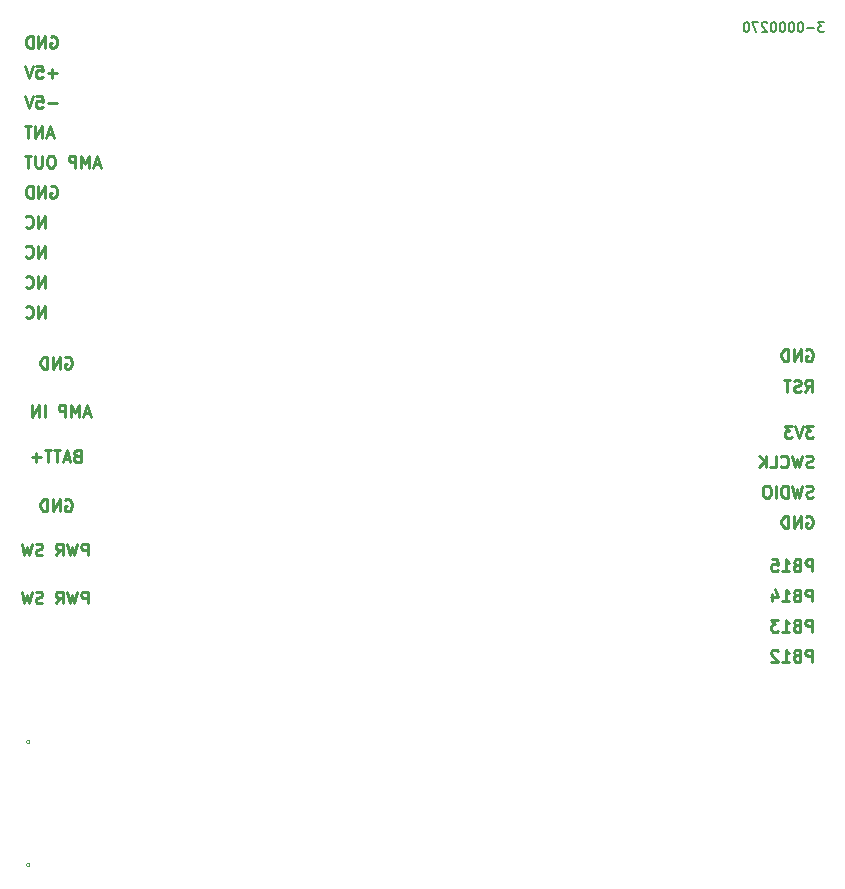
<source format=gbr>
%TF.GenerationSoftware,KiCad,Pcbnew,9.0.1*%
%TF.CreationDate,2025-06-11T13:29:21-05:00*%
%TF.ProjectId,Digital_PCB,44696769-7461-46c5-9f50-43422e6b6963,2.0*%
%TF.SameCoordinates,Original*%
%TF.FileFunction,Legend,Bot*%
%TF.FilePolarity,Positive*%
%FSLAX46Y46*%
G04 Gerber Fmt 4.6, Leading zero omitted, Abs format (unit mm)*
G04 Created by KiCad (PCBNEW 9.0.1) date 2025-06-11 13:29:21*
%MOMM*%
%LPD*%
G01*
G04 APERTURE LIST*
%ADD10C,0.250000*%
%ADD11C,0.158750*%
%ADD12C,0.120000*%
G04 APERTURE END LIST*
D10*
X178347619Y-89792619D02*
X178680952Y-89316428D01*
X178919047Y-89792619D02*
X178919047Y-88792619D01*
X178919047Y-88792619D02*
X178538095Y-88792619D01*
X178538095Y-88792619D02*
X178442857Y-88840238D01*
X178442857Y-88840238D02*
X178395238Y-88887857D01*
X178395238Y-88887857D02*
X178347619Y-88983095D01*
X178347619Y-88983095D02*
X178347619Y-89125952D01*
X178347619Y-89125952D02*
X178395238Y-89221190D01*
X178395238Y-89221190D02*
X178442857Y-89268809D01*
X178442857Y-89268809D02*
X178538095Y-89316428D01*
X178538095Y-89316428D02*
X178919047Y-89316428D01*
X177966666Y-89745000D02*
X177823809Y-89792619D01*
X177823809Y-89792619D02*
X177585714Y-89792619D01*
X177585714Y-89792619D02*
X177490476Y-89745000D01*
X177490476Y-89745000D02*
X177442857Y-89697380D01*
X177442857Y-89697380D02*
X177395238Y-89602142D01*
X177395238Y-89602142D02*
X177395238Y-89506904D01*
X177395238Y-89506904D02*
X177442857Y-89411666D01*
X177442857Y-89411666D02*
X177490476Y-89364047D01*
X177490476Y-89364047D02*
X177585714Y-89316428D01*
X177585714Y-89316428D02*
X177776190Y-89268809D01*
X177776190Y-89268809D02*
X177871428Y-89221190D01*
X177871428Y-89221190D02*
X177919047Y-89173571D01*
X177919047Y-89173571D02*
X177966666Y-89078333D01*
X177966666Y-89078333D02*
X177966666Y-88983095D01*
X177966666Y-88983095D02*
X177919047Y-88887857D01*
X177919047Y-88887857D02*
X177871428Y-88840238D01*
X177871428Y-88840238D02*
X177776190Y-88792619D01*
X177776190Y-88792619D02*
X177538095Y-88792619D01*
X177538095Y-88792619D02*
X177395238Y-88840238D01*
X177109523Y-88792619D02*
X176538095Y-88792619D01*
X176823809Y-89792619D02*
X176823809Y-88792619D01*
X114463504Y-59718638D02*
X114558742Y-59671019D01*
X114558742Y-59671019D02*
X114701599Y-59671019D01*
X114701599Y-59671019D02*
X114844456Y-59718638D01*
X114844456Y-59718638D02*
X114939694Y-59813876D01*
X114939694Y-59813876D02*
X114987313Y-59909114D01*
X114987313Y-59909114D02*
X115034932Y-60099590D01*
X115034932Y-60099590D02*
X115034932Y-60242447D01*
X115034932Y-60242447D02*
X114987313Y-60432923D01*
X114987313Y-60432923D02*
X114939694Y-60528161D01*
X114939694Y-60528161D02*
X114844456Y-60623400D01*
X114844456Y-60623400D02*
X114701599Y-60671019D01*
X114701599Y-60671019D02*
X114606361Y-60671019D01*
X114606361Y-60671019D02*
X114463504Y-60623400D01*
X114463504Y-60623400D02*
X114415885Y-60575780D01*
X114415885Y-60575780D02*
X114415885Y-60242447D01*
X114415885Y-60242447D02*
X114606361Y-60242447D01*
X113987313Y-60671019D02*
X113987313Y-59671019D01*
X113987313Y-59671019D02*
X113415885Y-60671019D01*
X113415885Y-60671019D02*
X113415885Y-59671019D01*
X112939694Y-60671019D02*
X112939694Y-59671019D01*
X112939694Y-59671019D02*
X112701599Y-59671019D01*
X112701599Y-59671019D02*
X112558742Y-59718638D01*
X112558742Y-59718638D02*
X112463504Y-59813876D01*
X112463504Y-59813876D02*
X112415885Y-59909114D01*
X112415885Y-59909114D02*
X112368266Y-60099590D01*
X112368266Y-60099590D02*
X112368266Y-60242447D01*
X112368266Y-60242447D02*
X112415885Y-60432923D01*
X112415885Y-60432923D02*
X112463504Y-60528161D01*
X112463504Y-60528161D02*
X112558742Y-60623400D01*
X112558742Y-60623400D02*
X112701599Y-60671019D01*
X112701599Y-60671019D02*
X112939694Y-60671019D01*
X116673095Y-95191809D02*
X116530238Y-95239428D01*
X116530238Y-95239428D02*
X116482619Y-95287047D01*
X116482619Y-95287047D02*
X116435000Y-95382285D01*
X116435000Y-95382285D02*
X116435000Y-95525142D01*
X116435000Y-95525142D02*
X116482619Y-95620380D01*
X116482619Y-95620380D02*
X116530238Y-95668000D01*
X116530238Y-95668000D02*
X116625476Y-95715619D01*
X116625476Y-95715619D02*
X117006428Y-95715619D01*
X117006428Y-95715619D02*
X117006428Y-94715619D01*
X117006428Y-94715619D02*
X116673095Y-94715619D01*
X116673095Y-94715619D02*
X116577857Y-94763238D01*
X116577857Y-94763238D02*
X116530238Y-94810857D01*
X116530238Y-94810857D02*
X116482619Y-94906095D01*
X116482619Y-94906095D02*
X116482619Y-95001333D01*
X116482619Y-95001333D02*
X116530238Y-95096571D01*
X116530238Y-95096571D02*
X116577857Y-95144190D01*
X116577857Y-95144190D02*
X116673095Y-95191809D01*
X116673095Y-95191809D02*
X117006428Y-95191809D01*
X116054047Y-95429904D02*
X115577857Y-95429904D01*
X116149285Y-95715619D02*
X115815952Y-94715619D01*
X115815952Y-94715619D02*
X115482619Y-95715619D01*
X115292142Y-94715619D02*
X114720714Y-94715619D01*
X115006428Y-95715619D02*
X115006428Y-94715619D01*
X114530237Y-94715619D02*
X113958809Y-94715619D01*
X114244523Y-95715619D02*
X114244523Y-94715619D01*
X113625475Y-95334666D02*
X112863571Y-95334666D01*
X113244523Y-95715619D02*
X113244523Y-94953714D01*
D11*
X179959000Y-58489787D02*
X179463700Y-58489787D01*
X179463700Y-58489787D02*
X179730400Y-58794587D01*
X179730400Y-58794587D02*
X179616100Y-58794587D01*
X179616100Y-58794587D02*
X179539900Y-58832687D01*
X179539900Y-58832687D02*
X179501800Y-58870787D01*
X179501800Y-58870787D02*
X179463700Y-58946987D01*
X179463700Y-58946987D02*
X179463700Y-59137487D01*
X179463700Y-59137487D02*
X179501800Y-59213687D01*
X179501800Y-59213687D02*
X179539900Y-59251787D01*
X179539900Y-59251787D02*
X179616100Y-59289887D01*
X179616100Y-59289887D02*
X179844700Y-59289887D01*
X179844700Y-59289887D02*
X179920900Y-59251787D01*
X179920900Y-59251787D02*
X179959000Y-59213687D01*
X179120800Y-58985087D02*
X178511200Y-58985087D01*
X177977800Y-58489787D02*
X177901600Y-58489787D01*
X177901600Y-58489787D02*
X177825400Y-58527887D01*
X177825400Y-58527887D02*
X177787300Y-58565987D01*
X177787300Y-58565987D02*
X177749200Y-58642187D01*
X177749200Y-58642187D02*
X177711100Y-58794587D01*
X177711100Y-58794587D02*
X177711100Y-58985087D01*
X177711100Y-58985087D02*
X177749200Y-59137487D01*
X177749200Y-59137487D02*
X177787300Y-59213687D01*
X177787300Y-59213687D02*
X177825400Y-59251787D01*
X177825400Y-59251787D02*
X177901600Y-59289887D01*
X177901600Y-59289887D02*
X177977800Y-59289887D01*
X177977800Y-59289887D02*
X178054000Y-59251787D01*
X178054000Y-59251787D02*
X178092100Y-59213687D01*
X178092100Y-59213687D02*
X178130200Y-59137487D01*
X178130200Y-59137487D02*
X178168300Y-58985087D01*
X178168300Y-58985087D02*
X178168300Y-58794587D01*
X178168300Y-58794587D02*
X178130200Y-58642187D01*
X178130200Y-58642187D02*
X178092100Y-58565987D01*
X178092100Y-58565987D02*
X178054000Y-58527887D01*
X178054000Y-58527887D02*
X177977800Y-58489787D01*
X177215800Y-58489787D02*
X177139600Y-58489787D01*
X177139600Y-58489787D02*
X177063400Y-58527887D01*
X177063400Y-58527887D02*
X177025300Y-58565987D01*
X177025300Y-58565987D02*
X176987200Y-58642187D01*
X176987200Y-58642187D02*
X176949100Y-58794587D01*
X176949100Y-58794587D02*
X176949100Y-58985087D01*
X176949100Y-58985087D02*
X176987200Y-59137487D01*
X176987200Y-59137487D02*
X177025300Y-59213687D01*
X177025300Y-59213687D02*
X177063400Y-59251787D01*
X177063400Y-59251787D02*
X177139600Y-59289887D01*
X177139600Y-59289887D02*
X177215800Y-59289887D01*
X177215800Y-59289887D02*
X177292000Y-59251787D01*
X177292000Y-59251787D02*
X177330100Y-59213687D01*
X177330100Y-59213687D02*
X177368200Y-59137487D01*
X177368200Y-59137487D02*
X177406300Y-58985087D01*
X177406300Y-58985087D02*
X177406300Y-58794587D01*
X177406300Y-58794587D02*
X177368200Y-58642187D01*
X177368200Y-58642187D02*
X177330100Y-58565987D01*
X177330100Y-58565987D02*
X177292000Y-58527887D01*
X177292000Y-58527887D02*
X177215800Y-58489787D01*
X176453800Y-58489787D02*
X176377600Y-58489787D01*
X176377600Y-58489787D02*
X176301400Y-58527887D01*
X176301400Y-58527887D02*
X176263300Y-58565987D01*
X176263300Y-58565987D02*
X176225200Y-58642187D01*
X176225200Y-58642187D02*
X176187100Y-58794587D01*
X176187100Y-58794587D02*
X176187100Y-58985087D01*
X176187100Y-58985087D02*
X176225200Y-59137487D01*
X176225200Y-59137487D02*
X176263300Y-59213687D01*
X176263300Y-59213687D02*
X176301400Y-59251787D01*
X176301400Y-59251787D02*
X176377600Y-59289887D01*
X176377600Y-59289887D02*
X176453800Y-59289887D01*
X176453800Y-59289887D02*
X176530000Y-59251787D01*
X176530000Y-59251787D02*
X176568100Y-59213687D01*
X176568100Y-59213687D02*
X176606200Y-59137487D01*
X176606200Y-59137487D02*
X176644300Y-58985087D01*
X176644300Y-58985087D02*
X176644300Y-58794587D01*
X176644300Y-58794587D02*
X176606200Y-58642187D01*
X176606200Y-58642187D02*
X176568100Y-58565987D01*
X176568100Y-58565987D02*
X176530000Y-58527887D01*
X176530000Y-58527887D02*
X176453800Y-58489787D01*
X175691800Y-58489787D02*
X175615600Y-58489787D01*
X175615600Y-58489787D02*
X175539400Y-58527887D01*
X175539400Y-58527887D02*
X175501300Y-58565987D01*
X175501300Y-58565987D02*
X175463200Y-58642187D01*
X175463200Y-58642187D02*
X175425100Y-58794587D01*
X175425100Y-58794587D02*
X175425100Y-58985087D01*
X175425100Y-58985087D02*
X175463200Y-59137487D01*
X175463200Y-59137487D02*
X175501300Y-59213687D01*
X175501300Y-59213687D02*
X175539400Y-59251787D01*
X175539400Y-59251787D02*
X175615600Y-59289887D01*
X175615600Y-59289887D02*
X175691800Y-59289887D01*
X175691800Y-59289887D02*
X175768000Y-59251787D01*
X175768000Y-59251787D02*
X175806100Y-59213687D01*
X175806100Y-59213687D02*
X175844200Y-59137487D01*
X175844200Y-59137487D02*
X175882300Y-58985087D01*
X175882300Y-58985087D02*
X175882300Y-58794587D01*
X175882300Y-58794587D02*
X175844200Y-58642187D01*
X175844200Y-58642187D02*
X175806100Y-58565987D01*
X175806100Y-58565987D02*
X175768000Y-58527887D01*
X175768000Y-58527887D02*
X175691800Y-58489787D01*
X175120300Y-58565987D02*
X175082200Y-58527887D01*
X175082200Y-58527887D02*
X175006000Y-58489787D01*
X175006000Y-58489787D02*
X174815500Y-58489787D01*
X174815500Y-58489787D02*
X174739300Y-58527887D01*
X174739300Y-58527887D02*
X174701200Y-58565987D01*
X174701200Y-58565987D02*
X174663100Y-58642187D01*
X174663100Y-58642187D02*
X174663100Y-58718387D01*
X174663100Y-58718387D02*
X174701200Y-58832687D01*
X174701200Y-58832687D02*
X175158400Y-59289887D01*
X175158400Y-59289887D02*
X174663100Y-59289887D01*
X174396400Y-58489787D02*
X173863000Y-58489787D01*
X173863000Y-58489787D02*
X174205900Y-59289887D01*
X173405800Y-58489787D02*
X173329600Y-58489787D01*
X173329600Y-58489787D02*
X173253400Y-58527887D01*
X173253400Y-58527887D02*
X173215300Y-58565987D01*
X173215300Y-58565987D02*
X173177200Y-58642187D01*
X173177200Y-58642187D02*
X173139100Y-58794587D01*
X173139100Y-58794587D02*
X173139100Y-58985087D01*
X173139100Y-58985087D02*
X173177200Y-59137487D01*
X173177200Y-59137487D02*
X173215300Y-59213687D01*
X173215300Y-59213687D02*
X173253400Y-59251787D01*
X173253400Y-59251787D02*
X173329600Y-59289887D01*
X173329600Y-59289887D02*
X173405800Y-59289887D01*
X173405800Y-59289887D02*
X173482000Y-59251787D01*
X173482000Y-59251787D02*
X173520100Y-59213687D01*
X173520100Y-59213687D02*
X173558200Y-59137487D01*
X173558200Y-59137487D02*
X173596300Y-58985087D01*
X173596300Y-58985087D02*
X173596300Y-58794587D01*
X173596300Y-58794587D02*
X173558200Y-58642187D01*
X173558200Y-58642187D02*
X173520100Y-58565987D01*
X173520100Y-58565987D02*
X173482000Y-58527887D01*
X173482000Y-58527887D02*
X173405800Y-58489787D01*
D10*
X113987313Y-83518319D02*
X113987313Y-82518319D01*
X113987313Y-82518319D02*
X113415885Y-83518319D01*
X113415885Y-83518319D02*
X113415885Y-82518319D01*
X112368266Y-83423080D02*
X112415885Y-83470700D01*
X112415885Y-83470700D02*
X112558742Y-83518319D01*
X112558742Y-83518319D02*
X112653980Y-83518319D01*
X112653980Y-83518319D02*
X112796837Y-83470700D01*
X112796837Y-83470700D02*
X112892075Y-83375461D01*
X112892075Y-83375461D02*
X112939694Y-83280223D01*
X112939694Y-83280223D02*
X112987313Y-83089747D01*
X112987313Y-83089747D02*
X112987313Y-82946890D01*
X112987313Y-82946890D02*
X112939694Y-82756414D01*
X112939694Y-82756414D02*
X112892075Y-82661176D01*
X112892075Y-82661176D02*
X112796837Y-82565938D01*
X112796837Y-82565938D02*
X112653980Y-82518319D01*
X112653980Y-82518319D02*
X112558742Y-82518319D01*
X112558742Y-82518319D02*
X112415885Y-82565938D01*
X112415885Y-82565938D02*
X112368266Y-82613557D01*
X113987313Y-80978319D02*
X113987313Y-79978319D01*
X113987313Y-79978319D02*
X113415885Y-80978319D01*
X113415885Y-80978319D02*
X113415885Y-79978319D01*
X112368266Y-80883080D02*
X112415885Y-80930700D01*
X112415885Y-80930700D02*
X112558742Y-80978319D01*
X112558742Y-80978319D02*
X112653980Y-80978319D01*
X112653980Y-80978319D02*
X112796837Y-80930700D01*
X112796837Y-80930700D02*
X112892075Y-80835461D01*
X112892075Y-80835461D02*
X112939694Y-80740223D01*
X112939694Y-80740223D02*
X112987313Y-80549747D01*
X112987313Y-80549747D02*
X112987313Y-80406890D01*
X112987313Y-80406890D02*
X112939694Y-80216414D01*
X112939694Y-80216414D02*
X112892075Y-80121176D01*
X112892075Y-80121176D02*
X112796837Y-80025938D01*
X112796837Y-80025938D02*
X112653980Y-79978319D01*
X112653980Y-79978319D02*
X112558742Y-79978319D01*
X112558742Y-79978319D02*
X112415885Y-80025938D01*
X112415885Y-80025938D02*
X112368266Y-80073557D01*
X179006333Y-96131900D02*
X178863476Y-96179519D01*
X178863476Y-96179519D02*
X178625381Y-96179519D01*
X178625381Y-96179519D02*
X178530143Y-96131900D01*
X178530143Y-96131900D02*
X178482524Y-96084280D01*
X178482524Y-96084280D02*
X178434905Y-95989042D01*
X178434905Y-95989042D02*
X178434905Y-95893804D01*
X178434905Y-95893804D02*
X178482524Y-95798566D01*
X178482524Y-95798566D02*
X178530143Y-95750947D01*
X178530143Y-95750947D02*
X178625381Y-95703328D01*
X178625381Y-95703328D02*
X178815857Y-95655709D01*
X178815857Y-95655709D02*
X178911095Y-95608090D01*
X178911095Y-95608090D02*
X178958714Y-95560471D01*
X178958714Y-95560471D02*
X179006333Y-95465233D01*
X179006333Y-95465233D02*
X179006333Y-95369995D01*
X179006333Y-95369995D02*
X178958714Y-95274757D01*
X178958714Y-95274757D02*
X178911095Y-95227138D01*
X178911095Y-95227138D02*
X178815857Y-95179519D01*
X178815857Y-95179519D02*
X178577762Y-95179519D01*
X178577762Y-95179519D02*
X178434905Y-95227138D01*
X178101571Y-95179519D02*
X177863476Y-96179519D01*
X177863476Y-96179519D02*
X177673000Y-95465233D01*
X177673000Y-95465233D02*
X177482524Y-96179519D01*
X177482524Y-96179519D02*
X177244429Y-95179519D01*
X176292048Y-96084280D02*
X176339667Y-96131900D01*
X176339667Y-96131900D02*
X176482524Y-96179519D01*
X176482524Y-96179519D02*
X176577762Y-96179519D01*
X176577762Y-96179519D02*
X176720619Y-96131900D01*
X176720619Y-96131900D02*
X176815857Y-96036661D01*
X176815857Y-96036661D02*
X176863476Y-95941423D01*
X176863476Y-95941423D02*
X176911095Y-95750947D01*
X176911095Y-95750947D02*
X176911095Y-95608090D01*
X176911095Y-95608090D02*
X176863476Y-95417614D01*
X176863476Y-95417614D02*
X176815857Y-95322376D01*
X176815857Y-95322376D02*
X176720619Y-95227138D01*
X176720619Y-95227138D02*
X176577762Y-95179519D01*
X176577762Y-95179519D02*
X176482524Y-95179519D01*
X176482524Y-95179519D02*
X176339667Y-95227138D01*
X176339667Y-95227138D02*
X176292048Y-95274757D01*
X175387286Y-96179519D02*
X175863476Y-96179519D01*
X175863476Y-96179519D02*
X175863476Y-95179519D01*
X175053952Y-96179519D02*
X175053952Y-95179519D01*
X174482524Y-96179519D02*
X174911095Y-95608090D01*
X174482524Y-95179519D02*
X175053952Y-95750947D01*
X115696904Y-86873238D02*
X115792142Y-86825619D01*
X115792142Y-86825619D02*
X115934999Y-86825619D01*
X115934999Y-86825619D02*
X116077856Y-86873238D01*
X116077856Y-86873238D02*
X116173094Y-86968476D01*
X116173094Y-86968476D02*
X116220713Y-87063714D01*
X116220713Y-87063714D02*
X116268332Y-87254190D01*
X116268332Y-87254190D02*
X116268332Y-87397047D01*
X116268332Y-87397047D02*
X116220713Y-87587523D01*
X116220713Y-87587523D02*
X116173094Y-87682761D01*
X116173094Y-87682761D02*
X116077856Y-87778000D01*
X116077856Y-87778000D02*
X115934999Y-87825619D01*
X115934999Y-87825619D02*
X115839761Y-87825619D01*
X115839761Y-87825619D02*
X115696904Y-87778000D01*
X115696904Y-87778000D02*
X115649285Y-87730380D01*
X115649285Y-87730380D02*
X115649285Y-87397047D01*
X115649285Y-87397047D02*
X115839761Y-87397047D01*
X115220713Y-87825619D02*
X115220713Y-86825619D01*
X115220713Y-86825619D02*
X114649285Y-87825619D01*
X114649285Y-87825619D02*
X114649285Y-86825619D01*
X114173094Y-87825619D02*
X114173094Y-86825619D01*
X114173094Y-86825619D02*
X113934999Y-86825619D01*
X113934999Y-86825619D02*
X113792142Y-86873238D01*
X113792142Y-86873238D02*
X113696904Y-86968476D01*
X113696904Y-86968476D02*
X113649285Y-87063714D01*
X113649285Y-87063714D02*
X113601666Y-87254190D01*
X113601666Y-87254190D02*
X113601666Y-87397047D01*
X113601666Y-87397047D02*
X113649285Y-87587523D01*
X113649285Y-87587523D02*
X113696904Y-87682761D01*
X113696904Y-87682761D02*
X113792142Y-87778000D01*
X113792142Y-87778000D02*
X113934999Y-87825619D01*
X113934999Y-87825619D02*
X114173094Y-87825619D01*
X115696904Y-98938238D02*
X115792142Y-98890619D01*
X115792142Y-98890619D02*
X115934999Y-98890619D01*
X115934999Y-98890619D02*
X116077856Y-98938238D01*
X116077856Y-98938238D02*
X116173094Y-99033476D01*
X116173094Y-99033476D02*
X116220713Y-99128714D01*
X116220713Y-99128714D02*
X116268332Y-99319190D01*
X116268332Y-99319190D02*
X116268332Y-99462047D01*
X116268332Y-99462047D02*
X116220713Y-99652523D01*
X116220713Y-99652523D02*
X116173094Y-99747761D01*
X116173094Y-99747761D02*
X116077856Y-99843000D01*
X116077856Y-99843000D02*
X115934999Y-99890619D01*
X115934999Y-99890619D02*
X115839761Y-99890619D01*
X115839761Y-99890619D02*
X115696904Y-99843000D01*
X115696904Y-99843000D02*
X115649285Y-99795380D01*
X115649285Y-99795380D02*
X115649285Y-99462047D01*
X115649285Y-99462047D02*
X115839761Y-99462047D01*
X115220713Y-99890619D02*
X115220713Y-98890619D01*
X115220713Y-98890619D02*
X114649285Y-99890619D01*
X114649285Y-99890619D02*
X114649285Y-98890619D01*
X114173094Y-99890619D02*
X114173094Y-98890619D01*
X114173094Y-98890619D02*
X113934999Y-98890619D01*
X113934999Y-98890619D02*
X113792142Y-98938238D01*
X113792142Y-98938238D02*
X113696904Y-99033476D01*
X113696904Y-99033476D02*
X113649285Y-99128714D01*
X113649285Y-99128714D02*
X113601666Y-99319190D01*
X113601666Y-99319190D02*
X113601666Y-99462047D01*
X113601666Y-99462047D02*
X113649285Y-99652523D01*
X113649285Y-99652523D02*
X113696904Y-99747761D01*
X113696904Y-99747761D02*
X113792142Y-99843000D01*
X113792142Y-99843000D02*
X113934999Y-99890619D01*
X113934999Y-99890619D02*
X114173094Y-99890619D01*
X114463504Y-72393238D02*
X114558742Y-72345619D01*
X114558742Y-72345619D02*
X114701599Y-72345619D01*
X114701599Y-72345619D02*
X114844456Y-72393238D01*
X114844456Y-72393238D02*
X114939694Y-72488476D01*
X114939694Y-72488476D02*
X114987313Y-72583714D01*
X114987313Y-72583714D02*
X115034932Y-72774190D01*
X115034932Y-72774190D02*
X115034932Y-72917047D01*
X115034932Y-72917047D02*
X114987313Y-73107523D01*
X114987313Y-73107523D02*
X114939694Y-73202761D01*
X114939694Y-73202761D02*
X114844456Y-73298000D01*
X114844456Y-73298000D02*
X114701599Y-73345619D01*
X114701599Y-73345619D02*
X114606361Y-73345619D01*
X114606361Y-73345619D02*
X114463504Y-73298000D01*
X114463504Y-73298000D02*
X114415885Y-73250380D01*
X114415885Y-73250380D02*
X114415885Y-72917047D01*
X114415885Y-72917047D02*
X114606361Y-72917047D01*
X113987313Y-73345619D02*
X113987313Y-72345619D01*
X113987313Y-72345619D02*
X113415885Y-73345619D01*
X113415885Y-73345619D02*
X113415885Y-72345619D01*
X112939694Y-73345619D02*
X112939694Y-72345619D01*
X112939694Y-72345619D02*
X112701599Y-72345619D01*
X112701599Y-72345619D02*
X112558742Y-72393238D01*
X112558742Y-72393238D02*
X112463504Y-72488476D01*
X112463504Y-72488476D02*
X112415885Y-72583714D01*
X112415885Y-72583714D02*
X112368266Y-72774190D01*
X112368266Y-72774190D02*
X112368266Y-72917047D01*
X112368266Y-72917047D02*
X112415885Y-73107523D01*
X112415885Y-73107523D02*
X112463504Y-73202761D01*
X112463504Y-73202761D02*
X112558742Y-73298000D01*
X112558742Y-73298000D02*
X112701599Y-73345619D01*
X112701599Y-73345619D02*
X112939694Y-73345619D01*
X178944285Y-107525319D02*
X178944285Y-106525319D01*
X178944285Y-106525319D02*
X178563333Y-106525319D01*
X178563333Y-106525319D02*
X178468095Y-106572938D01*
X178468095Y-106572938D02*
X178420476Y-106620557D01*
X178420476Y-106620557D02*
X178372857Y-106715795D01*
X178372857Y-106715795D02*
X178372857Y-106858652D01*
X178372857Y-106858652D02*
X178420476Y-106953890D01*
X178420476Y-106953890D02*
X178468095Y-107001509D01*
X178468095Y-107001509D02*
X178563333Y-107049128D01*
X178563333Y-107049128D02*
X178944285Y-107049128D01*
X177610952Y-107001509D02*
X177468095Y-107049128D01*
X177468095Y-107049128D02*
X177420476Y-107096747D01*
X177420476Y-107096747D02*
X177372857Y-107191985D01*
X177372857Y-107191985D02*
X177372857Y-107334842D01*
X177372857Y-107334842D02*
X177420476Y-107430080D01*
X177420476Y-107430080D02*
X177468095Y-107477700D01*
X177468095Y-107477700D02*
X177563333Y-107525319D01*
X177563333Y-107525319D02*
X177944285Y-107525319D01*
X177944285Y-107525319D02*
X177944285Y-106525319D01*
X177944285Y-106525319D02*
X177610952Y-106525319D01*
X177610952Y-106525319D02*
X177515714Y-106572938D01*
X177515714Y-106572938D02*
X177468095Y-106620557D01*
X177468095Y-106620557D02*
X177420476Y-106715795D01*
X177420476Y-106715795D02*
X177420476Y-106811033D01*
X177420476Y-106811033D02*
X177468095Y-106906271D01*
X177468095Y-106906271D02*
X177515714Y-106953890D01*
X177515714Y-106953890D02*
X177610952Y-107001509D01*
X177610952Y-107001509D02*
X177944285Y-107001509D01*
X176420476Y-107525319D02*
X176991904Y-107525319D01*
X176706190Y-107525319D02*
X176706190Y-106525319D01*
X176706190Y-106525319D02*
X176801428Y-106668176D01*
X176801428Y-106668176D02*
X176896666Y-106763414D01*
X176896666Y-106763414D02*
X176991904Y-106811033D01*
X175563333Y-106858652D02*
X175563333Y-107525319D01*
X175801428Y-106477700D02*
X176039523Y-107191985D01*
X176039523Y-107191985D02*
X175420476Y-107191985D01*
X178434904Y-86238238D02*
X178530142Y-86190619D01*
X178530142Y-86190619D02*
X178672999Y-86190619D01*
X178672999Y-86190619D02*
X178815856Y-86238238D01*
X178815856Y-86238238D02*
X178911094Y-86333476D01*
X178911094Y-86333476D02*
X178958713Y-86428714D01*
X178958713Y-86428714D02*
X179006332Y-86619190D01*
X179006332Y-86619190D02*
X179006332Y-86762047D01*
X179006332Y-86762047D02*
X178958713Y-86952523D01*
X178958713Y-86952523D02*
X178911094Y-87047761D01*
X178911094Y-87047761D02*
X178815856Y-87143000D01*
X178815856Y-87143000D02*
X178672999Y-87190619D01*
X178672999Y-87190619D02*
X178577761Y-87190619D01*
X178577761Y-87190619D02*
X178434904Y-87143000D01*
X178434904Y-87143000D02*
X178387285Y-87095380D01*
X178387285Y-87095380D02*
X178387285Y-86762047D01*
X178387285Y-86762047D02*
X178577761Y-86762047D01*
X177958713Y-87190619D02*
X177958713Y-86190619D01*
X177958713Y-86190619D02*
X177387285Y-87190619D01*
X177387285Y-87190619D02*
X177387285Y-86190619D01*
X176911094Y-87190619D02*
X176911094Y-86190619D01*
X176911094Y-86190619D02*
X176672999Y-86190619D01*
X176672999Y-86190619D02*
X176530142Y-86238238D01*
X176530142Y-86238238D02*
X176434904Y-86333476D01*
X176434904Y-86333476D02*
X176387285Y-86428714D01*
X176387285Y-86428714D02*
X176339666Y-86619190D01*
X176339666Y-86619190D02*
X176339666Y-86762047D01*
X176339666Y-86762047D02*
X176387285Y-86952523D01*
X176387285Y-86952523D02*
X176434904Y-87047761D01*
X176434904Y-87047761D02*
X176530142Y-87143000D01*
X176530142Y-87143000D02*
X176672999Y-87190619D01*
X176672999Y-87190619D02*
X176911094Y-87190619D01*
X114987313Y-62804666D02*
X114225409Y-62804666D01*
X114606361Y-63185619D02*
X114606361Y-62423714D01*
X113273028Y-62185619D02*
X113749218Y-62185619D01*
X113749218Y-62185619D02*
X113796837Y-62661809D01*
X113796837Y-62661809D02*
X113749218Y-62614190D01*
X113749218Y-62614190D02*
X113653980Y-62566571D01*
X113653980Y-62566571D02*
X113415885Y-62566571D01*
X113415885Y-62566571D02*
X113320647Y-62614190D01*
X113320647Y-62614190D02*
X113273028Y-62661809D01*
X113273028Y-62661809D02*
X113225409Y-62757047D01*
X113225409Y-62757047D02*
X113225409Y-62995142D01*
X113225409Y-62995142D02*
X113273028Y-63090380D01*
X113273028Y-63090380D02*
X113320647Y-63138000D01*
X113320647Y-63138000D02*
X113415885Y-63185619D01*
X113415885Y-63185619D02*
X113653980Y-63185619D01*
X113653980Y-63185619D02*
X113749218Y-63138000D01*
X113749218Y-63138000D02*
X113796837Y-63090380D01*
X112939694Y-62185619D02*
X112606361Y-63185619D01*
X112606361Y-63185619D02*
X112273028Y-62185619D01*
X178434904Y-100345238D02*
X178530142Y-100297619D01*
X178530142Y-100297619D02*
X178672999Y-100297619D01*
X178672999Y-100297619D02*
X178815856Y-100345238D01*
X178815856Y-100345238D02*
X178911094Y-100440476D01*
X178911094Y-100440476D02*
X178958713Y-100535714D01*
X178958713Y-100535714D02*
X179006332Y-100726190D01*
X179006332Y-100726190D02*
X179006332Y-100869047D01*
X179006332Y-100869047D02*
X178958713Y-101059523D01*
X178958713Y-101059523D02*
X178911094Y-101154761D01*
X178911094Y-101154761D02*
X178815856Y-101250000D01*
X178815856Y-101250000D02*
X178672999Y-101297619D01*
X178672999Y-101297619D02*
X178577761Y-101297619D01*
X178577761Y-101297619D02*
X178434904Y-101250000D01*
X178434904Y-101250000D02*
X178387285Y-101202380D01*
X178387285Y-101202380D02*
X178387285Y-100869047D01*
X178387285Y-100869047D02*
X178577761Y-100869047D01*
X177958713Y-101297619D02*
X177958713Y-100297619D01*
X177958713Y-100297619D02*
X177387285Y-101297619D01*
X177387285Y-101297619D02*
X177387285Y-100297619D01*
X176911094Y-101297619D02*
X176911094Y-100297619D01*
X176911094Y-100297619D02*
X176672999Y-100297619D01*
X176672999Y-100297619D02*
X176530142Y-100345238D01*
X176530142Y-100345238D02*
X176434904Y-100440476D01*
X176434904Y-100440476D02*
X176387285Y-100535714D01*
X176387285Y-100535714D02*
X176339666Y-100726190D01*
X176339666Y-100726190D02*
X176339666Y-100869047D01*
X176339666Y-100869047D02*
X176387285Y-101059523D01*
X176387285Y-101059523D02*
X176434904Y-101154761D01*
X176434904Y-101154761D02*
X176530142Y-101250000D01*
X176530142Y-101250000D02*
X176672999Y-101297619D01*
X176672999Y-101297619D02*
X176911094Y-101297619D01*
X179053951Y-92677619D02*
X178434904Y-92677619D01*
X178434904Y-92677619D02*
X178768237Y-93058571D01*
X178768237Y-93058571D02*
X178625380Y-93058571D01*
X178625380Y-93058571D02*
X178530142Y-93106190D01*
X178530142Y-93106190D02*
X178482523Y-93153809D01*
X178482523Y-93153809D02*
X178434904Y-93249047D01*
X178434904Y-93249047D02*
X178434904Y-93487142D01*
X178434904Y-93487142D02*
X178482523Y-93582380D01*
X178482523Y-93582380D02*
X178530142Y-93630000D01*
X178530142Y-93630000D02*
X178625380Y-93677619D01*
X178625380Y-93677619D02*
X178911094Y-93677619D01*
X178911094Y-93677619D02*
X179006332Y-93630000D01*
X179006332Y-93630000D02*
X179053951Y-93582380D01*
X178149189Y-92677619D02*
X177815856Y-93677619D01*
X177815856Y-93677619D02*
X177482523Y-92677619D01*
X177244427Y-92677619D02*
X176625380Y-92677619D01*
X176625380Y-92677619D02*
X176958713Y-93058571D01*
X176958713Y-93058571D02*
X176815856Y-93058571D01*
X176815856Y-93058571D02*
X176720618Y-93106190D01*
X176720618Y-93106190D02*
X176672999Y-93153809D01*
X176672999Y-93153809D02*
X176625380Y-93249047D01*
X176625380Y-93249047D02*
X176625380Y-93487142D01*
X176625380Y-93487142D02*
X176672999Y-93582380D01*
X176672999Y-93582380D02*
X176720618Y-93630000D01*
X176720618Y-93630000D02*
X176815856Y-93677619D01*
X176815856Y-93677619D02*
X177101570Y-93677619D01*
X177101570Y-93677619D02*
X177196808Y-93630000D01*
X177196808Y-93630000D02*
X177244427Y-93582380D01*
X114987313Y-65357366D02*
X114225409Y-65357366D01*
X113273028Y-64738319D02*
X113749218Y-64738319D01*
X113749218Y-64738319D02*
X113796837Y-65214509D01*
X113796837Y-65214509D02*
X113749218Y-65166890D01*
X113749218Y-65166890D02*
X113653980Y-65119271D01*
X113653980Y-65119271D02*
X113415885Y-65119271D01*
X113415885Y-65119271D02*
X113320647Y-65166890D01*
X113320647Y-65166890D02*
X113273028Y-65214509D01*
X113273028Y-65214509D02*
X113225409Y-65309747D01*
X113225409Y-65309747D02*
X113225409Y-65547842D01*
X113225409Y-65547842D02*
X113273028Y-65643080D01*
X113273028Y-65643080D02*
X113320647Y-65690700D01*
X113320647Y-65690700D02*
X113415885Y-65738319D01*
X113415885Y-65738319D02*
X113653980Y-65738319D01*
X113653980Y-65738319D02*
X113749218Y-65690700D01*
X113749218Y-65690700D02*
X113796837Y-65643080D01*
X112939694Y-64738319D02*
X112606361Y-65738319D01*
X112606361Y-65738319D02*
X112273028Y-64738319D01*
X178944285Y-112618019D02*
X178944285Y-111618019D01*
X178944285Y-111618019D02*
X178563333Y-111618019D01*
X178563333Y-111618019D02*
X178468095Y-111665638D01*
X178468095Y-111665638D02*
X178420476Y-111713257D01*
X178420476Y-111713257D02*
X178372857Y-111808495D01*
X178372857Y-111808495D02*
X178372857Y-111951352D01*
X178372857Y-111951352D02*
X178420476Y-112046590D01*
X178420476Y-112046590D02*
X178468095Y-112094209D01*
X178468095Y-112094209D02*
X178563333Y-112141828D01*
X178563333Y-112141828D02*
X178944285Y-112141828D01*
X177610952Y-112094209D02*
X177468095Y-112141828D01*
X177468095Y-112141828D02*
X177420476Y-112189447D01*
X177420476Y-112189447D02*
X177372857Y-112284685D01*
X177372857Y-112284685D02*
X177372857Y-112427542D01*
X177372857Y-112427542D02*
X177420476Y-112522780D01*
X177420476Y-112522780D02*
X177468095Y-112570400D01*
X177468095Y-112570400D02*
X177563333Y-112618019D01*
X177563333Y-112618019D02*
X177944285Y-112618019D01*
X177944285Y-112618019D02*
X177944285Y-111618019D01*
X177944285Y-111618019D02*
X177610952Y-111618019D01*
X177610952Y-111618019D02*
X177515714Y-111665638D01*
X177515714Y-111665638D02*
X177468095Y-111713257D01*
X177468095Y-111713257D02*
X177420476Y-111808495D01*
X177420476Y-111808495D02*
X177420476Y-111903733D01*
X177420476Y-111903733D02*
X177468095Y-111998971D01*
X177468095Y-111998971D02*
X177515714Y-112046590D01*
X177515714Y-112046590D02*
X177610952Y-112094209D01*
X177610952Y-112094209D02*
X177944285Y-112094209D01*
X176420476Y-112618019D02*
X176991904Y-112618019D01*
X176706190Y-112618019D02*
X176706190Y-111618019D01*
X176706190Y-111618019D02*
X176801428Y-111760876D01*
X176801428Y-111760876D02*
X176896666Y-111856114D01*
X176896666Y-111856114D02*
X176991904Y-111903733D01*
X176039523Y-111713257D02*
X175991904Y-111665638D01*
X175991904Y-111665638D02*
X175896666Y-111618019D01*
X175896666Y-111618019D02*
X175658571Y-111618019D01*
X175658571Y-111618019D02*
X175563333Y-111665638D01*
X175563333Y-111665638D02*
X175515714Y-111713257D01*
X175515714Y-111713257D02*
X175468095Y-111808495D01*
X175468095Y-111808495D02*
X175468095Y-111903733D01*
X175468095Y-111903733D02*
X175515714Y-112046590D01*
X175515714Y-112046590D02*
X176087142Y-112618019D01*
X176087142Y-112618019D02*
X175468095Y-112618019D01*
X118606362Y-70507204D02*
X118130172Y-70507204D01*
X118701600Y-70792919D02*
X118368267Y-69792919D01*
X118368267Y-69792919D02*
X118034934Y-70792919D01*
X117701600Y-70792919D02*
X117701600Y-69792919D01*
X117701600Y-69792919D02*
X117368267Y-70507204D01*
X117368267Y-70507204D02*
X117034934Y-69792919D01*
X117034934Y-69792919D02*
X117034934Y-70792919D01*
X116558743Y-70792919D02*
X116558743Y-69792919D01*
X116558743Y-69792919D02*
X116177791Y-69792919D01*
X116177791Y-69792919D02*
X116082553Y-69840538D01*
X116082553Y-69840538D02*
X116034934Y-69888157D01*
X116034934Y-69888157D02*
X115987315Y-69983395D01*
X115987315Y-69983395D02*
X115987315Y-70126252D01*
X115987315Y-70126252D02*
X116034934Y-70221490D01*
X116034934Y-70221490D02*
X116082553Y-70269109D01*
X116082553Y-70269109D02*
X116177791Y-70316728D01*
X116177791Y-70316728D02*
X116558743Y-70316728D01*
X114606362Y-69792919D02*
X114415886Y-69792919D01*
X114415886Y-69792919D02*
X114320648Y-69840538D01*
X114320648Y-69840538D02*
X114225410Y-69935776D01*
X114225410Y-69935776D02*
X114177791Y-70126252D01*
X114177791Y-70126252D02*
X114177791Y-70459585D01*
X114177791Y-70459585D02*
X114225410Y-70650061D01*
X114225410Y-70650061D02*
X114320648Y-70745300D01*
X114320648Y-70745300D02*
X114415886Y-70792919D01*
X114415886Y-70792919D02*
X114606362Y-70792919D01*
X114606362Y-70792919D02*
X114701600Y-70745300D01*
X114701600Y-70745300D02*
X114796838Y-70650061D01*
X114796838Y-70650061D02*
X114844457Y-70459585D01*
X114844457Y-70459585D02*
X114844457Y-70126252D01*
X114844457Y-70126252D02*
X114796838Y-69935776D01*
X114796838Y-69935776D02*
X114701600Y-69840538D01*
X114701600Y-69840538D02*
X114606362Y-69792919D01*
X113749219Y-69792919D02*
X113749219Y-70602442D01*
X113749219Y-70602442D02*
X113701600Y-70697680D01*
X113701600Y-70697680D02*
X113653981Y-70745300D01*
X113653981Y-70745300D02*
X113558743Y-70792919D01*
X113558743Y-70792919D02*
X113368267Y-70792919D01*
X113368267Y-70792919D02*
X113273029Y-70745300D01*
X113273029Y-70745300D02*
X113225410Y-70697680D01*
X113225410Y-70697680D02*
X113177791Y-70602442D01*
X113177791Y-70602442D02*
X113177791Y-69792919D01*
X112844457Y-69792919D02*
X112273029Y-69792919D01*
X112558743Y-70792919D02*
X112558743Y-69792919D01*
X114653980Y-67992604D02*
X114177790Y-67992604D01*
X114749218Y-68278319D02*
X114415885Y-67278319D01*
X114415885Y-67278319D02*
X114082552Y-68278319D01*
X113749218Y-68278319D02*
X113749218Y-67278319D01*
X113749218Y-67278319D02*
X113177790Y-68278319D01*
X113177790Y-68278319D02*
X113177790Y-67278319D01*
X112844456Y-67278319D02*
X112273028Y-67278319D01*
X112558742Y-68278319D02*
X112558742Y-67278319D01*
X179006332Y-98684600D02*
X178863475Y-98732219D01*
X178863475Y-98732219D02*
X178625380Y-98732219D01*
X178625380Y-98732219D02*
X178530142Y-98684600D01*
X178530142Y-98684600D02*
X178482523Y-98636980D01*
X178482523Y-98636980D02*
X178434904Y-98541742D01*
X178434904Y-98541742D02*
X178434904Y-98446504D01*
X178434904Y-98446504D02*
X178482523Y-98351266D01*
X178482523Y-98351266D02*
X178530142Y-98303647D01*
X178530142Y-98303647D02*
X178625380Y-98256028D01*
X178625380Y-98256028D02*
X178815856Y-98208409D01*
X178815856Y-98208409D02*
X178911094Y-98160790D01*
X178911094Y-98160790D02*
X178958713Y-98113171D01*
X178958713Y-98113171D02*
X179006332Y-98017933D01*
X179006332Y-98017933D02*
X179006332Y-97922695D01*
X179006332Y-97922695D02*
X178958713Y-97827457D01*
X178958713Y-97827457D02*
X178911094Y-97779838D01*
X178911094Y-97779838D02*
X178815856Y-97732219D01*
X178815856Y-97732219D02*
X178577761Y-97732219D01*
X178577761Y-97732219D02*
X178434904Y-97779838D01*
X178101570Y-97732219D02*
X177863475Y-98732219D01*
X177863475Y-98732219D02*
X177672999Y-98017933D01*
X177672999Y-98017933D02*
X177482523Y-98732219D01*
X177482523Y-98732219D02*
X177244428Y-97732219D01*
X176863475Y-98732219D02*
X176863475Y-97732219D01*
X176863475Y-97732219D02*
X176625380Y-97732219D01*
X176625380Y-97732219D02*
X176482523Y-97779838D01*
X176482523Y-97779838D02*
X176387285Y-97875076D01*
X176387285Y-97875076D02*
X176339666Y-97970314D01*
X176339666Y-97970314D02*
X176292047Y-98160790D01*
X176292047Y-98160790D02*
X176292047Y-98303647D01*
X176292047Y-98303647D02*
X176339666Y-98494123D01*
X176339666Y-98494123D02*
X176387285Y-98589361D01*
X176387285Y-98589361D02*
X176482523Y-98684600D01*
X176482523Y-98684600D02*
X176625380Y-98732219D01*
X176625380Y-98732219D02*
X176863475Y-98732219D01*
X175863475Y-98732219D02*
X175863475Y-97732219D01*
X175196809Y-97732219D02*
X175006333Y-97732219D01*
X175006333Y-97732219D02*
X174911095Y-97779838D01*
X174911095Y-97779838D02*
X174815857Y-97875076D01*
X174815857Y-97875076D02*
X174768238Y-98065552D01*
X174768238Y-98065552D02*
X174768238Y-98398885D01*
X174768238Y-98398885D02*
X174815857Y-98589361D01*
X174815857Y-98589361D02*
X174911095Y-98684600D01*
X174911095Y-98684600D02*
X175006333Y-98732219D01*
X175006333Y-98732219D02*
X175196809Y-98732219D01*
X175196809Y-98732219D02*
X175292047Y-98684600D01*
X175292047Y-98684600D02*
X175387285Y-98589361D01*
X175387285Y-98589361D02*
X175434904Y-98398885D01*
X175434904Y-98398885D02*
X175434904Y-98065552D01*
X175434904Y-98065552D02*
X175387285Y-97875076D01*
X175387285Y-97875076D02*
X175292047Y-97779838D01*
X175292047Y-97779838D02*
X175196809Y-97732219D01*
X178944285Y-104972619D02*
X178944285Y-103972619D01*
X178944285Y-103972619D02*
X178563333Y-103972619D01*
X178563333Y-103972619D02*
X178468095Y-104020238D01*
X178468095Y-104020238D02*
X178420476Y-104067857D01*
X178420476Y-104067857D02*
X178372857Y-104163095D01*
X178372857Y-104163095D02*
X178372857Y-104305952D01*
X178372857Y-104305952D02*
X178420476Y-104401190D01*
X178420476Y-104401190D02*
X178468095Y-104448809D01*
X178468095Y-104448809D02*
X178563333Y-104496428D01*
X178563333Y-104496428D02*
X178944285Y-104496428D01*
X177610952Y-104448809D02*
X177468095Y-104496428D01*
X177468095Y-104496428D02*
X177420476Y-104544047D01*
X177420476Y-104544047D02*
X177372857Y-104639285D01*
X177372857Y-104639285D02*
X177372857Y-104782142D01*
X177372857Y-104782142D02*
X177420476Y-104877380D01*
X177420476Y-104877380D02*
X177468095Y-104925000D01*
X177468095Y-104925000D02*
X177563333Y-104972619D01*
X177563333Y-104972619D02*
X177944285Y-104972619D01*
X177944285Y-104972619D02*
X177944285Y-103972619D01*
X177944285Y-103972619D02*
X177610952Y-103972619D01*
X177610952Y-103972619D02*
X177515714Y-104020238D01*
X177515714Y-104020238D02*
X177468095Y-104067857D01*
X177468095Y-104067857D02*
X177420476Y-104163095D01*
X177420476Y-104163095D02*
X177420476Y-104258333D01*
X177420476Y-104258333D02*
X177468095Y-104353571D01*
X177468095Y-104353571D02*
X177515714Y-104401190D01*
X177515714Y-104401190D02*
X177610952Y-104448809D01*
X177610952Y-104448809D02*
X177944285Y-104448809D01*
X176420476Y-104972619D02*
X176991904Y-104972619D01*
X176706190Y-104972619D02*
X176706190Y-103972619D01*
X176706190Y-103972619D02*
X176801428Y-104115476D01*
X176801428Y-104115476D02*
X176896666Y-104210714D01*
X176896666Y-104210714D02*
X176991904Y-104258333D01*
X175515714Y-103972619D02*
X175991904Y-103972619D01*
X175991904Y-103972619D02*
X176039523Y-104448809D01*
X176039523Y-104448809D02*
X175991904Y-104401190D01*
X175991904Y-104401190D02*
X175896666Y-104353571D01*
X175896666Y-104353571D02*
X175658571Y-104353571D01*
X175658571Y-104353571D02*
X175563333Y-104401190D01*
X175563333Y-104401190D02*
X175515714Y-104448809D01*
X175515714Y-104448809D02*
X175468095Y-104544047D01*
X175468095Y-104544047D02*
X175468095Y-104782142D01*
X175468095Y-104782142D02*
X175515714Y-104877380D01*
X175515714Y-104877380D02*
X175563333Y-104925000D01*
X175563333Y-104925000D02*
X175658571Y-104972619D01*
X175658571Y-104972619D02*
X175896666Y-104972619D01*
X175896666Y-104972619D02*
X175991904Y-104925000D01*
X175991904Y-104925000D02*
X176039523Y-104877380D01*
X113987313Y-78412919D02*
X113987313Y-77412919D01*
X113987313Y-77412919D02*
X113415885Y-78412919D01*
X113415885Y-78412919D02*
X113415885Y-77412919D01*
X112368266Y-78317680D02*
X112415885Y-78365300D01*
X112415885Y-78365300D02*
X112558742Y-78412919D01*
X112558742Y-78412919D02*
X112653980Y-78412919D01*
X112653980Y-78412919D02*
X112796837Y-78365300D01*
X112796837Y-78365300D02*
X112892075Y-78270061D01*
X112892075Y-78270061D02*
X112939694Y-78174823D01*
X112939694Y-78174823D02*
X112987313Y-77984347D01*
X112987313Y-77984347D02*
X112987313Y-77841490D01*
X112987313Y-77841490D02*
X112939694Y-77651014D01*
X112939694Y-77651014D02*
X112892075Y-77555776D01*
X112892075Y-77555776D02*
X112796837Y-77460538D01*
X112796837Y-77460538D02*
X112653980Y-77412919D01*
X112653980Y-77412919D02*
X112558742Y-77412919D01*
X112558742Y-77412919D02*
X112415885Y-77460538D01*
X112415885Y-77460538D02*
X112368266Y-77508157D01*
X117768380Y-91603904D02*
X117292190Y-91603904D01*
X117863618Y-91889619D02*
X117530285Y-90889619D01*
X117530285Y-90889619D02*
X117196952Y-91889619D01*
X116863618Y-91889619D02*
X116863618Y-90889619D01*
X116863618Y-90889619D02*
X116530285Y-91603904D01*
X116530285Y-91603904D02*
X116196952Y-90889619D01*
X116196952Y-90889619D02*
X116196952Y-91889619D01*
X115720761Y-91889619D02*
X115720761Y-90889619D01*
X115720761Y-90889619D02*
X115339809Y-90889619D01*
X115339809Y-90889619D02*
X115244571Y-90937238D01*
X115244571Y-90937238D02*
X115196952Y-90984857D01*
X115196952Y-90984857D02*
X115149333Y-91080095D01*
X115149333Y-91080095D02*
X115149333Y-91222952D01*
X115149333Y-91222952D02*
X115196952Y-91318190D01*
X115196952Y-91318190D02*
X115244571Y-91365809D01*
X115244571Y-91365809D02*
X115339809Y-91413428D01*
X115339809Y-91413428D02*
X115720761Y-91413428D01*
X113958856Y-91889619D02*
X113958856Y-90889619D01*
X113482666Y-91889619D02*
X113482666Y-90889619D01*
X113482666Y-90889619D02*
X112911238Y-91889619D01*
X112911238Y-91889619D02*
X112911238Y-90889619D01*
X113987313Y-75885619D02*
X113987313Y-74885619D01*
X113987313Y-74885619D02*
X113415885Y-75885619D01*
X113415885Y-75885619D02*
X113415885Y-74885619D01*
X112368266Y-75790380D02*
X112415885Y-75838000D01*
X112415885Y-75838000D02*
X112558742Y-75885619D01*
X112558742Y-75885619D02*
X112653980Y-75885619D01*
X112653980Y-75885619D02*
X112796837Y-75838000D01*
X112796837Y-75838000D02*
X112892075Y-75742761D01*
X112892075Y-75742761D02*
X112939694Y-75647523D01*
X112939694Y-75647523D02*
X112987313Y-75457047D01*
X112987313Y-75457047D02*
X112987313Y-75314190D01*
X112987313Y-75314190D02*
X112939694Y-75123714D01*
X112939694Y-75123714D02*
X112892075Y-75028476D01*
X112892075Y-75028476D02*
X112796837Y-74933238D01*
X112796837Y-74933238D02*
X112653980Y-74885619D01*
X112653980Y-74885619D02*
X112558742Y-74885619D01*
X112558742Y-74885619D02*
X112415885Y-74933238D01*
X112415885Y-74933238D02*
X112368266Y-74980857D01*
X117631504Y-107704419D02*
X117631504Y-106704419D01*
X117631504Y-106704419D02*
X117250552Y-106704419D01*
X117250552Y-106704419D02*
X117155314Y-106752038D01*
X117155314Y-106752038D02*
X117107695Y-106799657D01*
X117107695Y-106799657D02*
X117060076Y-106894895D01*
X117060076Y-106894895D02*
X117060076Y-107037752D01*
X117060076Y-107037752D02*
X117107695Y-107132990D01*
X117107695Y-107132990D02*
X117155314Y-107180609D01*
X117155314Y-107180609D02*
X117250552Y-107228228D01*
X117250552Y-107228228D02*
X117631504Y-107228228D01*
X116726742Y-106704419D02*
X116488647Y-107704419D01*
X116488647Y-107704419D02*
X116298171Y-106990133D01*
X116298171Y-106990133D02*
X116107695Y-107704419D01*
X116107695Y-107704419D02*
X115869600Y-106704419D01*
X114917219Y-107704419D02*
X115250552Y-107228228D01*
X115488647Y-107704419D02*
X115488647Y-106704419D01*
X115488647Y-106704419D02*
X115107695Y-106704419D01*
X115107695Y-106704419D02*
X115012457Y-106752038D01*
X115012457Y-106752038D02*
X114964838Y-106799657D01*
X114964838Y-106799657D02*
X114917219Y-106894895D01*
X114917219Y-106894895D02*
X114917219Y-107037752D01*
X114917219Y-107037752D02*
X114964838Y-107132990D01*
X114964838Y-107132990D02*
X115012457Y-107180609D01*
X115012457Y-107180609D02*
X115107695Y-107228228D01*
X115107695Y-107228228D02*
X115488647Y-107228228D01*
X113774361Y-107656800D02*
X113631504Y-107704419D01*
X113631504Y-107704419D02*
X113393409Y-107704419D01*
X113393409Y-107704419D02*
X113298171Y-107656800D01*
X113298171Y-107656800D02*
X113250552Y-107609180D01*
X113250552Y-107609180D02*
X113202933Y-107513942D01*
X113202933Y-107513942D02*
X113202933Y-107418704D01*
X113202933Y-107418704D02*
X113250552Y-107323466D01*
X113250552Y-107323466D02*
X113298171Y-107275847D01*
X113298171Y-107275847D02*
X113393409Y-107228228D01*
X113393409Y-107228228D02*
X113583885Y-107180609D01*
X113583885Y-107180609D02*
X113679123Y-107132990D01*
X113679123Y-107132990D02*
X113726742Y-107085371D01*
X113726742Y-107085371D02*
X113774361Y-106990133D01*
X113774361Y-106990133D02*
X113774361Y-106894895D01*
X113774361Y-106894895D02*
X113726742Y-106799657D01*
X113726742Y-106799657D02*
X113679123Y-106752038D01*
X113679123Y-106752038D02*
X113583885Y-106704419D01*
X113583885Y-106704419D02*
X113345790Y-106704419D01*
X113345790Y-106704419D02*
X113202933Y-106752038D01*
X112869599Y-106704419D02*
X112631504Y-107704419D01*
X112631504Y-107704419D02*
X112441028Y-106990133D01*
X112441028Y-106990133D02*
X112250552Y-107704419D01*
X112250552Y-107704419D02*
X112012457Y-106704419D01*
X178944285Y-110090719D02*
X178944285Y-109090719D01*
X178944285Y-109090719D02*
X178563333Y-109090719D01*
X178563333Y-109090719D02*
X178468095Y-109138338D01*
X178468095Y-109138338D02*
X178420476Y-109185957D01*
X178420476Y-109185957D02*
X178372857Y-109281195D01*
X178372857Y-109281195D02*
X178372857Y-109424052D01*
X178372857Y-109424052D02*
X178420476Y-109519290D01*
X178420476Y-109519290D02*
X178468095Y-109566909D01*
X178468095Y-109566909D02*
X178563333Y-109614528D01*
X178563333Y-109614528D02*
X178944285Y-109614528D01*
X177610952Y-109566909D02*
X177468095Y-109614528D01*
X177468095Y-109614528D02*
X177420476Y-109662147D01*
X177420476Y-109662147D02*
X177372857Y-109757385D01*
X177372857Y-109757385D02*
X177372857Y-109900242D01*
X177372857Y-109900242D02*
X177420476Y-109995480D01*
X177420476Y-109995480D02*
X177468095Y-110043100D01*
X177468095Y-110043100D02*
X177563333Y-110090719D01*
X177563333Y-110090719D02*
X177944285Y-110090719D01*
X177944285Y-110090719D02*
X177944285Y-109090719D01*
X177944285Y-109090719D02*
X177610952Y-109090719D01*
X177610952Y-109090719D02*
X177515714Y-109138338D01*
X177515714Y-109138338D02*
X177468095Y-109185957D01*
X177468095Y-109185957D02*
X177420476Y-109281195D01*
X177420476Y-109281195D02*
X177420476Y-109376433D01*
X177420476Y-109376433D02*
X177468095Y-109471671D01*
X177468095Y-109471671D02*
X177515714Y-109519290D01*
X177515714Y-109519290D02*
X177610952Y-109566909D01*
X177610952Y-109566909D02*
X177944285Y-109566909D01*
X176420476Y-110090719D02*
X176991904Y-110090719D01*
X176706190Y-110090719D02*
X176706190Y-109090719D01*
X176706190Y-109090719D02*
X176801428Y-109233576D01*
X176801428Y-109233576D02*
X176896666Y-109328814D01*
X176896666Y-109328814D02*
X176991904Y-109376433D01*
X176087142Y-109090719D02*
X175468095Y-109090719D01*
X175468095Y-109090719D02*
X175801428Y-109471671D01*
X175801428Y-109471671D02*
X175658571Y-109471671D01*
X175658571Y-109471671D02*
X175563333Y-109519290D01*
X175563333Y-109519290D02*
X175515714Y-109566909D01*
X175515714Y-109566909D02*
X175468095Y-109662147D01*
X175468095Y-109662147D02*
X175468095Y-109900242D01*
X175468095Y-109900242D02*
X175515714Y-109995480D01*
X175515714Y-109995480D02*
X175563333Y-110043100D01*
X175563333Y-110043100D02*
X175658571Y-110090719D01*
X175658571Y-110090719D02*
X175944285Y-110090719D01*
X175944285Y-110090719D02*
X176039523Y-110043100D01*
X176039523Y-110043100D02*
X176087142Y-109995480D01*
X117631504Y-103640419D02*
X117631504Y-102640419D01*
X117631504Y-102640419D02*
X117250552Y-102640419D01*
X117250552Y-102640419D02*
X117155314Y-102688038D01*
X117155314Y-102688038D02*
X117107695Y-102735657D01*
X117107695Y-102735657D02*
X117060076Y-102830895D01*
X117060076Y-102830895D02*
X117060076Y-102973752D01*
X117060076Y-102973752D02*
X117107695Y-103068990D01*
X117107695Y-103068990D02*
X117155314Y-103116609D01*
X117155314Y-103116609D02*
X117250552Y-103164228D01*
X117250552Y-103164228D02*
X117631504Y-103164228D01*
X116726742Y-102640419D02*
X116488647Y-103640419D01*
X116488647Y-103640419D02*
X116298171Y-102926133D01*
X116298171Y-102926133D02*
X116107695Y-103640419D01*
X116107695Y-103640419D02*
X115869600Y-102640419D01*
X114917219Y-103640419D02*
X115250552Y-103164228D01*
X115488647Y-103640419D02*
X115488647Y-102640419D01*
X115488647Y-102640419D02*
X115107695Y-102640419D01*
X115107695Y-102640419D02*
X115012457Y-102688038D01*
X115012457Y-102688038D02*
X114964838Y-102735657D01*
X114964838Y-102735657D02*
X114917219Y-102830895D01*
X114917219Y-102830895D02*
X114917219Y-102973752D01*
X114917219Y-102973752D02*
X114964838Y-103068990D01*
X114964838Y-103068990D02*
X115012457Y-103116609D01*
X115012457Y-103116609D02*
X115107695Y-103164228D01*
X115107695Y-103164228D02*
X115488647Y-103164228D01*
X113774361Y-103592800D02*
X113631504Y-103640419D01*
X113631504Y-103640419D02*
X113393409Y-103640419D01*
X113393409Y-103640419D02*
X113298171Y-103592800D01*
X113298171Y-103592800D02*
X113250552Y-103545180D01*
X113250552Y-103545180D02*
X113202933Y-103449942D01*
X113202933Y-103449942D02*
X113202933Y-103354704D01*
X113202933Y-103354704D02*
X113250552Y-103259466D01*
X113250552Y-103259466D02*
X113298171Y-103211847D01*
X113298171Y-103211847D02*
X113393409Y-103164228D01*
X113393409Y-103164228D02*
X113583885Y-103116609D01*
X113583885Y-103116609D02*
X113679123Y-103068990D01*
X113679123Y-103068990D02*
X113726742Y-103021371D01*
X113726742Y-103021371D02*
X113774361Y-102926133D01*
X113774361Y-102926133D02*
X113774361Y-102830895D01*
X113774361Y-102830895D02*
X113726742Y-102735657D01*
X113726742Y-102735657D02*
X113679123Y-102688038D01*
X113679123Y-102688038D02*
X113583885Y-102640419D01*
X113583885Y-102640419D02*
X113345790Y-102640419D01*
X113345790Y-102640419D02*
X113202933Y-102688038D01*
X112869599Y-102640419D02*
X112631504Y-103640419D01*
X112631504Y-103640419D02*
X112441028Y-102926133D01*
X112441028Y-102926133D02*
X112250552Y-103640419D01*
X112250552Y-103640419D02*
X112012457Y-102640419D01*
D12*
%TO.C,J5*%
X112727005Y-119430800D02*
G75*
G02*
X112367795Y-119430800I-179605J0D01*
G01*
X112367795Y-119430800D02*
G75*
G02*
X112727005Y-119430800I179605J0D01*
G01*
%TO.C,J3*%
X112727005Y-129844800D02*
G75*
G02*
X112367795Y-129844800I-179605J0D01*
G01*
X112367795Y-129844800D02*
G75*
G02*
X112727005Y-129844800I179605J0D01*
G01*
%TD*%
M02*

</source>
